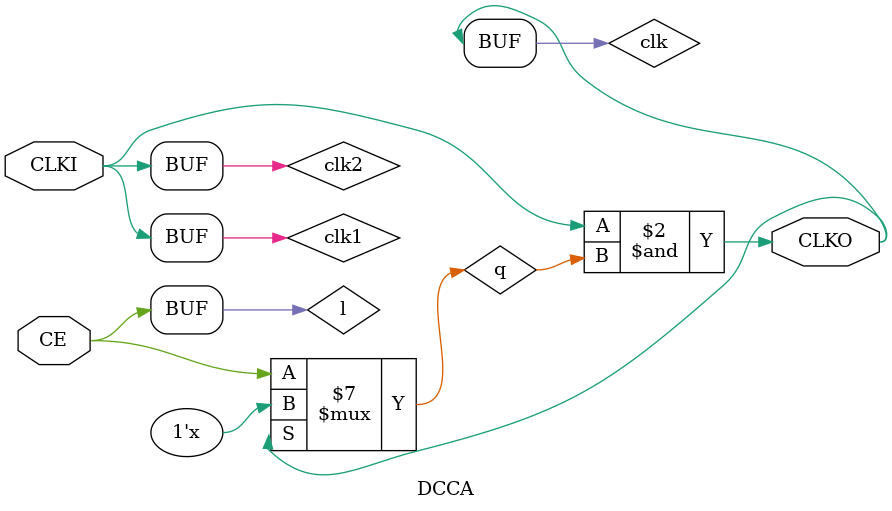
<source format=v>
`resetall
`timescale 1 ns / 1 ps

`celldefine

module DCCA (CLKI, CE, CLKO);
  input CLKI, CE;
  output CLKO;

  reg q = 0;
  wire l, clk, clk1;
  reg clk2;

  buf (l, CE);
  buf (clk1, CLKI);

  always @(clk1) // added to to prevent race condition
    clk2 = clk1;

  and (clk, clk2, q);

  always @(clk, l)
  begin
    if (clk == 0)
       q = l;
  end

  buf (CLKO, clk);

endmodule

`endcelldefine


</source>
